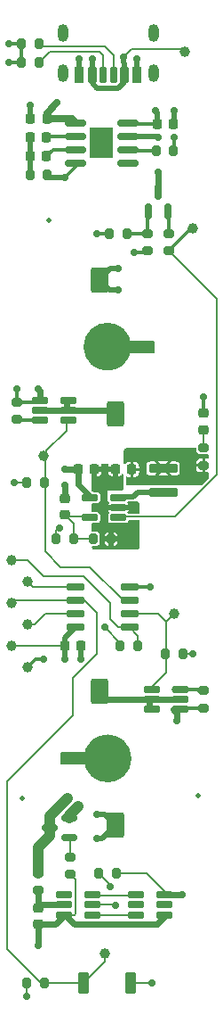
<source format=gbr>
%TF.GenerationSoftware,KiCad,Pcbnew,9.0.3*%
%TF.CreationDate,2025-09-26T00:40:55-04:00*%
%TF.ProjectId,Photon,50686f74-6f6e-42e6-9b69-6361645f7063,1.3*%
%TF.SameCoordinates,Original*%
%TF.FileFunction,Copper,L1,Top*%
%TF.FilePolarity,Positive*%
%FSLAX46Y46*%
G04 Gerber Fmt 4.6, Leading zero omitted, Abs format (unit mm)*
G04 Created by KiCad (PCBNEW 9.0.3) date 2025-09-26 00:40:55*
%MOMM*%
%LPD*%
G01*
G04 APERTURE LIST*
G04 Aperture macros list*
%AMRoundRect*
0 Rectangle with rounded corners*
0 $1 Rounding radius*
0 $2 $3 $4 $5 $6 $7 $8 $9 X,Y pos of 4 corners*
0 Add a 4 corners polygon primitive as box body*
4,1,4,$2,$3,$4,$5,$6,$7,$8,$9,$2,$3,0*
0 Add four circle primitives for the rounded corners*
1,1,$1+$1,$2,$3*
1,1,$1+$1,$4,$5*
1,1,$1+$1,$6,$7*
1,1,$1+$1,$8,$9*
0 Add four rect primitives between the rounded corners*
20,1,$1+$1,$2,$3,$4,$5,0*
20,1,$1+$1,$4,$5,$6,$7,0*
20,1,$1+$1,$6,$7,$8,$9,0*
20,1,$1+$1,$8,$9,$2,$3,0*%
G04 Aperture macros list end*
%TA.AperFunction,EtchedComponent*%
%ADD10C,0.200000*%
%TD*%
%TA.AperFunction,EtchedComponent*%
%ADD11C,2.259000*%
%TD*%
%TA.AperFunction,SMDPad,CuDef*%
%ADD12RoundRect,0.150000X0.725000X0.150000X-0.725000X0.150000X-0.725000X-0.150000X0.725000X-0.150000X0*%
%TD*%
%TA.AperFunction,SMDPad,CuDef*%
%ADD13RoundRect,0.200000X0.275000X-0.200000X0.275000X0.200000X-0.275000X0.200000X-0.275000X-0.200000X0*%
%TD*%
%TA.AperFunction,SMDPad,CuDef*%
%ADD14RoundRect,0.225000X0.225000X0.250000X-0.225000X0.250000X-0.225000X-0.250000X0.225000X-0.250000X0*%
%TD*%
%TA.AperFunction,SMDPad,CuDef*%
%ADD15C,0.500000*%
%TD*%
%TA.AperFunction,SMDPad,CuDef*%
%ADD16C,1.000000*%
%TD*%
%TA.AperFunction,SMDPad,CuDef*%
%ADD17RoundRect,0.175000X0.175000X0.625000X-0.175000X0.625000X-0.175000X-0.625000X0.175000X-0.625000X0*%
%TD*%
%TA.AperFunction,SMDPad,CuDef*%
%ADD18RoundRect,0.200000X0.200000X0.600000X-0.200000X0.600000X-0.200000X-0.600000X0.200000X-0.600000X0*%
%TD*%
%TA.AperFunction,SMDPad,CuDef*%
%ADD19RoundRect,0.225000X0.225000X0.575000X-0.225000X0.575000X-0.225000X-0.575000X0.225000X-0.575000X0*%
%TD*%
%TA.AperFunction,HeatsinkPad*%
%ADD20O,1.000000X1.700000*%
%TD*%
%TA.AperFunction,SMDPad,CuDef*%
%ADD21RoundRect,0.162500X0.617500X0.162500X-0.617500X0.162500X-0.617500X-0.162500X0.617500X-0.162500X0*%
%TD*%
%TA.AperFunction,SMDPad,CuDef*%
%ADD22RoundRect,0.225000X0.250000X-0.225000X0.250000X0.225000X-0.250000X0.225000X-0.250000X-0.225000X0*%
%TD*%
%TA.AperFunction,SMDPad,CuDef*%
%ADD23RoundRect,0.200000X-0.200000X-0.275000X0.200000X-0.275000X0.200000X0.275000X-0.200000X0.275000X0*%
%TD*%
%TA.AperFunction,SMDPad,CuDef*%
%ADD24RoundRect,0.225000X-0.225000X-0.250000X0.225000X-0.250000X0.225000X0.250000X-0.225000X0.250000X0*%
%TD*%
%TA.AperFunction,SMDPad,CuDef*%
%ADD25RoundRect,0.200000X0.200000X0.275000X-0.200000X0.275000X-0.200000X-0.275000X0.200000X-0.275000X0*%
%TD*%
%TA.AperFunction,SMDPad,CuDef*%
%ADD26RoundRect,0.200000X-0.275000X0.200000X-0.275000X-0.200000X0.275000X-0.200000X0.275000X0.200000X0*%
%TD*%
%TA.AperFunction,SMDPad,CuDef*%
%ADD27RoundRect,0.105000X-0.420000X-0.895000X0.420000X-0.895000X0.420000X0.895000X-0.420000X0.895000X0*%
%TD*%
%TA.AperFunction,SMDPad,CuDef*%
%ADD28RoundRect,0.218750X0.218750X0.256250X-0.218750X0.256250X-0.218750X-0.256250X0.218750X-0.256250X0*%
%TD*%
%TA.AperFunction,SMDPad,CuDef*%
%ADD29RoundRect,0.150000X0.587500X0.150000X-0.587500X0.150000X-0.587500X-0.150000X0.587500X-0.150000X0*%
%TD*%
%TA.AperFunction,SMDPad,CuDef*%
%ADD30RoundRect,0.162500X-0.617500X-0.162500X0.617500X-0.162500X0.617500X0.162500X-0.617500X0.162500X0*%
%TD*%
%TA.AperFunction,SMDPad,CuDef*%
%ADD31RoundRect,0.218750X-0.256250X0.218750X-0.256250X-0.218750X0.256250X-0.218750X0.256250X0.218750X0*%
%TD*%
%TA.AperFunction,SMDPad,CuDef*%
%ADD32RoundRect,0.120000X1.230000X-0.280000X1.230000X0.280000X-1.230000X0.280000X-1.230000X-0.280000X0*%
%TD*%
%TA.AperFunction,SMDPad,CuDef*%
%ADD33RoundRect,0.255000X-0.595000X0.945000X-0.595000X-0.945000X0.595000X-0.945000X0.595000X0.945000X0*%
%TD*%
%TA.AperFunction,SMDPad,CuDef*%
%ADD34RoundRect,0.150000X0.825000X0.150000X-0.825000X0.150000X-0.825000X-0.150000X0.825000X-0.150000X0*%
%TD*%
%TA.AperFunction,HeatsinkPad*%
%ADD35R,2.290000X3.000000*%
%TD*%
%TA.AperFunction,SMDPad,CuDef*%
%ADD36RoundRect,0.255000X0.595000X-0.945000X0.595000X0.945000X-0.595000X0.945000X-0.595000X-0.945000X0*%
%TD*%
%TA.AperFunction,SMDPad,CuDef*%
%ADD37RoundRect,0.150000X0.150000X-0.587500X0.150000X0.587500X-0.150000X0.587500X-0.150000X-0.587500X0*%
%TD*%
%TA.AperFunction,ViaPad*%
%ADD38C,0.700000*%
%TD*%
%TA.AperFunction,Conductor*%
%ADD39C,0.200000*%
%TD*%
%TA.AperFunction,Conductor*%
%ADD40C,0.300000*%
%TD*%
%TA.AperFunction,Conductor*%
%ADD41C,0.500000*%
%TD*%
%TA.AperFunction,Conductor*%
%ADD42C,0.600000*%
%TD*%
%TA.AperFunction,Conductor*%
%ADD43C,0.700000*%
%TD*%
%TA.AperFunction,Conductor*%
%ADD44C,1.000000*%
%TD*%
G04 APERTURE END LIST*
%TO.C,D5*%
D10*
X57252757Y-51345500D02*
X54966757Y-51345500D01*
X54966757Y-52361500D01*
X57252757Y-52361500D01*
X57252757Y-51345500D01*
%TA.AperFunction,EtchedComponent*%
G36*
X57252757Y-51345500D02*
G01*
X54966757Y-51345500D01*
X54966757Y-52361500D01*
X57252757Y-52361500D01*
X57252757Y-51345500D01*
G37*
%TD.AperFunction*%
D11*
X53937257Y-51853500D02*
G75*
G02*
X51678257Y-51853500I-1129500J0D01*
G01*
X51678257Y-51853500D02*
G75*
G02*
X53937257Y-51853500I1129500J0D01*
G01*
%TO.C,D6*%
D10*
X48387000Y-91440000D02*
X50673000Y-91440000D01*
X50673000Y-90424000D01*
X48387000Y-90424000D01*
X48387000Y-91440000D01*
%TA.AperFunction,EtchedComponent*%
G36*
X48387000Y-91440000D02*
G01*
X50673000Y-91440000D01*
X50673000Y-90424000D01*
X48387000Y-90424000D01*
X48387000Y-91440000D01*
G37*
%TD.AperFunction*%
D11*
X53961500Y-90932000D02*
G75*
G02*
X51702500Y-90932000I-1129500J0D01*
G01*
X51702500Y-90932000D02*
G75*
G02*
X53961500Y-90932000I1129500J0D01*
G01*
%TD*%
D12*
%TO.P,U1,1,~{RESET}/PB5*%
%TO.N,/RESET*%
X54899000Y-78486000D03*
%TO.P,U1,2,PB3*%
%TO.N,/LED2_EN*%
X54899000Y-77216000D03*
%TO.P,U1,3,PB4*%
%TO.N,/LED1_EN*%
X54899000Y-75946000D03*
%TO.P,U1,4,GND*%
%TO.N,GND*%
X54899000Y-74676000D03*
%TO.P,U1,5,PB0*%
%TO.N,/MOSI*%
X49749000Y-74676000D03*
%TO.P,U1,6,PB1*%
%TO.N,/MISO_BTN*%
X49749000Y-75946000D03*
%TO.P,U1,7,PB2*%
%TO.N,/SCK*%
X49749000Y-77216000D03*
%TO.P,U1,8,VCC*%
%TO.N,+3V3*%
X49749000Y-78486000D03*
%TD*%
D13*
%TO.P,R6,1*%
%TO.N,/BUCK_EN*%
X58674000Y-42735000D03*
%TO.P,R6,2*%
%TO.N,/PMOS_OUT*%
X58674000Y-41085000D03*
%TD*%
D14*
%TO.P,C2,1*%
%TO.N,GND*%
X51575000Y-63500000D03*
%TO.P,C2,2*%
%TO.N,PACK+*%
X50025000Y-63500000D03*
%TD*%
D15*
%TO.P,FID2,*%
%TO.N,*%
X44704000Y-94742000D03*
%TD*%
D16*
%TO.P,TP7,1,1*%
%TO.N,/MISO_BTN*%
X52578000Y-109474000D03*
%TD*%
%TO.P,TP2,1,1*%
%TO.N,/MOSI*%
X45212000Y-74168000D03*
%TD*%
%TO.P,TP8,1,1*%
%TO.N,/BUCK_EN*%
X60960000Y-40640000D03*
%TD*%
D17*
%TO.P,J1,A5,CC1*%
%TO.N,/CC1*%
X53378800Y-26040000D03*
D18*
%TO.P,J1,A9,VBUS*%
%TO.N,5V*%
X51358800Y-26040000D03*
D19*
%TO.P,J1,A12,GND*%
%TO.N,GND*%
X50128800Y-26040000D03*
D17*
%TO.P,J1,B5,CC2*%
%TO.N,/CC2*%
X52378800Y-26040000D03*
D18*
%TO.P,J1,B9,VBUS*%
%TO.N,5V*%
X54398800Y-26040000D03*
D19*
%TO.P,J1,B12,GND*%
%TO.N,GND*%
X55628800Y-26040000D03*
D20*
%TO.P,J1,S1,SHIELD*%
X57198800Y-25860000D03*
X57198800Y-22060000D03*
X48558800Y-25860000D03*
X48558800Y-22060000D03*
%TD*%
D16*
%TO.P,TP6,1,1*%
%TO.N,5V*%
X60198000Y-23876000D03*
%TD*%
D21*
%TO.P,U6,1,S1*%
%TO.N,/BAT_SAF_OUT*%
X58246000Y-105786000D03*
%TO.P,U6,2,D1/D2*%
%TO.N,unconnected-(U6-D1{slash}D2-Pad2)*%
X58246000Y-104836000D03*
%TO.P,U6,3,S2*%
%TO.N,GND*%
X58246000Y-103886000D03*
%TO.P,U6,4,G2*%
%TO.N,/OC*%
X55546000Y-103886000D03*
%TO.P,U6,5,D1/D2*%
%TO.N,unconnected-(U6-D1{slash}D2-Pad5)*%
X55546000Y-104836000D03*
%TO.P,U6,6,G1*%
%TO.N,/OD*%
X55546000Y-105786000D03*
%TD*%
D22*
%TO.P,C4,1*%
%TO.N,/FB*%
X48768000Y-67831000D03*
%TO.P,C4,2*%
%TO.N,+3V3*%
X48768000Y-66281000D03*
%TD*%
D21*
%TO.P,U5,1,OD*%
%TO.N,/OD*%
X51388000Y-105786000D03*
%TO.P,U5,2,VM*%
%TO.N,/VM*%
X51388000Y-104836000D03*
%TO.P,U5,3,OC*%
%TO.N,/OC*%
X51388000Y-103886000D03*
%TO.P,U5,4,TD*%
%TO.N,unconnected-(U5-TD-Pad4)*%
X48688000Y-103886000D03*
%TO.P,U5,5,VCC*%
%TO.N,/DW01A_VCC*%
X48688000Y-104836000D03*
%TO.P,U5,6,GND*%
%TO.N,/BAT_SAF_OUT*%
X48688000Y-105786000D03*
%TD*%
D23*
%TO.P,R9,1*%
%TO.N,/FB*%
X51499000Y-70104000D03*
%TO.P,R9,2*%
%TO.N,GND*%
X53149000Y-70104000D03*
%TD*%
D24*
%TO.P,C5,1*%
%TO.N,GND*%
X53581000Y-63500000D03*
%TO.P,C5,2*%
%TO.N,+3V3*%
X55131000Y-63500000D03*
%TD*%
D16*
%TO.P,TP11,1,1*%
%TO.N,/LED2_EN*%
X59182000Y-77216000D03*
%TD*%
D23*
%TO.P,R4,1*%
%TO.N,5V*%
X53023000Y-41148000D03*
%TO.P,R4,2*%
%TO.N,/PMOS_Gate*%
X54673000Y-41148000D03*
%TD*%
D16*
%TO.P,TP4,1,1*%
%TO.N,/MISO_BTN*%
X43688000Y-76200000D03*
%TD*%
%TO.P,TP1,1,1*%
%TO.N,GND*%
X45212000Y-82296000D03*
%TD*%
D14*
%TO.P,C1,1*%
%TO.N,GND*%
X50305000Y-80264000D03*
%TO.P,C1,2*%
%TO.N,+3V3*%
X48755000Y-80264000D03*
%TD*%
D21*
%TO.P,U4,1,EN*%
%TO.N,/LED1_EN*%
X49102000Y-58862000D03*
%TO.P,U4,2,OUT*%
%TO.N,/OUT_LED1*%
X49102000Y-57912000D03*
%TO.P,U4,3,OUT*%
X49102000Y-56962000D03*
%TO.P,U4,4,GND*%
%TO.N,GND*%
X46402000Y-56962000D03*
%TO.P,U4,5,OUT*%
%TO.N,/OUT_LED1*%
X46402000Y-57912000D03*
%TO.P,U4,6,Rext*%
%TO.N,/Rext1*%
X46402000Y-58862000D03*
%TD*%
D16*
%TO.P,TP5,1,1*%
%TO.N,/SCK*%
X45212000Y-78232000D03*
%TD*%
D25*
%TO.P,R2,1*%
%TO.N,/CC2*%
X46291000Y-24892000D03*
%TO.P,R2,2*%
%TO.N,GND*%
X44641000Y-24892000D03*
%TD*%
%TO.P,R1,1*%
%TO.N,/CC1*%
X46291000Y-23114000D03*
%TO.P,R1,2*%
%TO.N,GND*%
X44641000Y-23114000D03*
%TD*%
D26*
%TO.P,R16,1*%
%TO.N,/Rext2*%
X61976000Y-84494430D03*
%TO.P,R16,2*%
%TO.N,GND*%
X61976000Y-86144430D03*
%TD*%
D27*
%TO.P,SW1,1,1*%
%TO.N,/MISO_BTN*%
X50546000Y-112268000D03*
%TO.P,SW1,2,2*%
%TO.N,GND*%
X54991000Y-112268000D03*
%TD*%
D28*
%TO.P,D2,1,K*%
%TO.N,/STAT1*%
X47015500Y-33782000D03*
%TO.P,D2,2,A*%
%TO.N,/LED_PWR*%
X45440500Y-33782000D03*
%TD*%
D23*
%TO.P,R10,1*%
%TO.N,/Iset*%
X57471000Y-33250000D03*
%TO.P,R10,2*%
%TO.N,GND*%
X59121000Y-33250000D03*
%TD*%
D25*
%TO.P,R7,1*%
%TO.N,5V*%
X47073000Y-35540000D03*
%TO.P,R7,2*%
%TO.N,/LED_PWR*%
X45423000Y-35540000D03*
%TD*%
%TO.P,R12,1*%
%TO.N,/LED1_EN*%
X46799000Y-64770000D03*
%TO.P,R12,2*%
%TO.N,GND*%
X45149000Y-64770000D03*
%TD*%
D29*
%TO.P,Q2,1,G*%
%TO.N,Net-(Q2-G)*%
X49197500Y-98486000D03*
%TO.P,Q2,2,S*%
%TO.N,PACK+*%
X49197500Y-96586000D03*
%TO.P,Q2,3,D*%
%TO.N,/Bat+*%
X47322500Y-97536000D03*
%TD*%
D30*
%TO.P,U7,1,EN*%
%TO.N,/LED2_EN*%
X57070000Y-84394000D03*
%TO.P,U7,2,OUT*%
%TO.N,/OUT_LED2*%
X57070000Y-85344000D03*
%TO.P,U7,3,OUT*%
X57070000Y-86294000D03*
%TO.P,U7,4,GND*%
%TO.N,GND*%
X59770000Y-86294000D03*
%TO.P,U7,5,OUT*%
%TO.N,/OUT_LED2*%
X59770000Y-85344000D03*
%TO.P,U7,6,Rext*%
%TO.N,/Rext2*%
X59770000Y-84394000D03*
%TD*%
D26*
%TO.P,R14,1*%
%TO.N,/Bat+*%
X46228000Y-101791000D03*
%TO.P,R14,2*%
%TO.N,/DW01A_VCC*%
X46228000Y-103441000D03*
%TD*%
D23*
%TO.P,R3,1*%
%TO.N,+3V3*%
X45149000Y-112268000D03*
%TO.P,R3,2*%
%TO.N,/MISO_BTN*%
X46799000Y-112268000D03*
%TD*%
%TO.P,R18,1*%
%TO.N,+3V3*%
X54039000Y-80264000D03*
%TO.P,R18,2*%
%TO.N,/RESET*%
X55689000Y-80264000D03*
%TD*%
D31*
%TO.P,D3,1,K*%
%TO.N,GND*%
X61976000Y-58140500D03*
%TO.P,D3,2,A*%
%TO.N,/LED_A*%
X61976000Y-59715500D03*
%TD*%
D16*
%TO.P,TP9,1,1*%
%TO.N,+3V3*%
X43688000Y-80264000D03*
%TD*%
%TO.P,TP3,1,1*%
%TO.N,/RESET*%
X43688000Y-72136000D03*
%TD*%
D26*
%TO.P,R5,1*%
%TO.N,/PMOS_Gate*%
X56642000Y-41085000D03*
%TO.P,R5,2*%
%TO.N,GND*%
X56642000Y-42735000D03*
%TD*%
D32*
%TO.P,L1,1,1*%
%TO.N,/LX*%
X58115200Y-65709800D03*
%TO.P,L1,2,2*%
%TO.N,+3V3*%
X58115200Y-63398400D03*
%TD*%
D13*
%TO.P,R11,1*%
%TO.N,+3V3*%
X61976000Y-63118000D03*
%TO.P,R11,2*%
%TO.N,/LED_A*%
X61976000Y-61468000D03*
%TD*%
D15*
%TO.P,FID1,*%
%TO.N,*%
X47244000Y-39878000D03*
%TD*%
D26*
%TO.P,R19,1*%
%TO.N,Net-(Q2-G)*%
X49276000Y-100267000D03*
%TO.P,R19,2*%
%TO.N,/BAT_SAF_OUT*%
X49276000Y-101917000D03*
%TD*%
D33*
%TO.P,D5,1,K*%
%TO.N,/OUT_LED1*%
X53569757Y-58203500D03*
%TO.P,D5,2,A*%
%TO.N,+3V3*%
X52045757Y-45503500D03*
%TD*%
D22*
%TO.P,C7,1*%
%TO.N,/BAT_SAF_OUT*%
X46228000Y-106693000D03*
%TO.P,C7,2*%
%TO.N,/DW01A_VCC*%
X46228000Y-105143000D03*
%TD*%
D15*
%TO.P,FID3,*%
%TO.N,*%
X61468000Y-94488000D03*
%TD*%
D23*
%TO.P,R8,1*%
%TO.N,+3V3*%
X47943000Y-70104000D03*
%TO.P,R8,2*%
%TO.N,/FB*%
X49593000Y-70104000D03*
%TD*%
D25*
%TO.P,R17,1*%
%TO.N,GND*%
X53657000Y-101854000D03*
%TO.P,R17,2*%
%TO.N,/VM*%
X52007000Y-101854000D03*
%TD*%
D16*
%TO.P,TP10,1,1*%
%TO.N,/LED1_EN*%
X46736000Y-62230000D03*
%TD*%
D21*
%TO.P,U2,1,EN*%
%TO.N,/BUCK_EN*%
X53848000Y-68072000D03*
%TO.P,U2,2,GND*%
%TO.N,GND*%
X53848000Y-67122000D03*
%TO.P,U2,3,LX*%
%TO.N,/LX*%
X53848000Y-66172000D03*
%TO.P,U2,4,Vin*%
%TO.N,PACK+*%
X51148000Y-66172000D03*
%TO.P,U2,5,FB*%
%TO.N,/FB*%
X51148000Y-68072000D03*
%TD*%
D13*
%TO.P,R13,1*%
%TO.N,/Rext1*%
X44196000Y-58737000D03*
%TO.P,R13,2*%
%TO.N,GND*%
X44196000Y-57087000D03*
%TD*%
D23*
%TO.P,R15,1*%
%TO.N,/LED2_EN*%
X58357000Y-81026000D03*
%TO.P,R15,2*%
%TO.N,GND*%
X60007000Y-81026000D03*
%TD*%
D28*
%TO.P,D1,1,K*%
%TO.N,/STAT2*%
X47015500Y-31984000D03*
%TO.P,D1,2,A*%
%TO.N,/LED_PWR*%
X45440500Y-31984000D03*
%TD*%
D34*
%TO.P,U3,1*%
%TO.N,N/C*%
X54737000Y-34405000D03*
%TO.P,U3,2,ISET*%
%TO.N,/Iset*%
X54737000Y-33135000D03*
%TO.P,U3,3,VSS*%
%TO.N,GND*%
X54737000Y-31865000D03*
%TO.P,U3,4,VIN*%
%TO.N,5V*%
X54737000Y-30595000D03*
%TO.P,U3,5,VBAT*%
%TO.N,PACK+*%
X49787000Y-30595000D03*
%TO.P,U3,6,STAT2*%
%TO.N,/STAT2*%
X49787000Y-31865000D03*
%TO.P,U3,7,STAT1*%
%TO.N,/STAT1*%
X49787000Y-33135000D03*
%TO.P,U3,8,EN*%
%TO.N,5V*%
X49787000Y-34405000D03*
D35*
%TO.P,U3,9*%
%TO.N,N/C*%
X52262000Y-32500000D03*
%TD*%
D36*
%TO.P,D6,1,K*%
%TO.N,/OUT_LED2*%
X52070000Y-84582000D03*
%TO.P,D6,2,A*%
%TO.N,+3V3*%
X53594000Y-97282000D03*
%TD*%
D24*
%TO.P,C6,1*%
%TO.N,GND*%
X45473000Y-30230000D03*
%TO.P,C6,2*%
%TO.N,PACK+*%
X47023000Y-30230000D03*
%TD*%
D37*
%TO.P,Q1,1,G*%
%TO.N,/PMOS_Gate*%
X56708000Y-39037500D03*
%TO.P,Q1,2,S*%
%TO.N,/PMOS_OUT*%
X58608000Y-39037500D03*
%TO.P,Q1,3,D*%
%TO.N,PACK+*%
X57658000Y-37162500D03*
%TD*%
D14*
%TO.P,C3,1*%
%TO.N,GND*%
X59071000Y-30710000D03*
%TO.P,C3,2*%
%TO.N,5V*%
X57521000Y-30710000D03*
%TD*%
D38*
%TO.N,GND*%
X46736000Y-81534000D03*
X55626000Y-24526000D03*
X52324000Y-67056000D03*
X61976000Y-56642000D03*
X43434000Y-23114000D03*
X59182000Y-29464000D03*
X56896000Y-74676000D03*
X57658000Y-32004000D03*
X50128800Y-24526000D03*
X43434000Y-24892000D03*
X54864000Y-70104000D03*
X59436000Y-87376000D03*
X52578000Y-64770000D03*
X55372000Y-42863000D03*
X60960000Y-81026000D03*
X57057000Y-112268000D03*
X44196000Y-55880000D03*
X50292000Y-81534000D03*
X46228000Y-55880000D03*
X59944000Y-103886000D03*
X59182000Y-32004000D03*
X43942000Y-64770000D03*
X45466000Y-28956000D03*
%TO.N,PACK+*%
X48006000Y-28702000D03*
X57658000Y-35306000D03*
X50038000Y-95504000D03*
X48768000Y-63500000D03*
%TO.N,+3V3*%
X55880000Y-61976000D03*
X48768000Y-65024000D03*
X57912000Y-61976000D03*
X53848000Y-46482000D03*
X59944000Y-61976000D03*
X48260000Y-69088000D03*
X45149000Y-113475000D03*
X51816000Y-96266000D03*
X51816000Y-98552000D03*
X52578000Y-78486000D03*
X53848000Y-44450000D03*
X48768000Y-81534000D03*
%TO.N,5V*%
X48768000Y-35814000D03*
X51358800Y-24526000D03*
X54356000Y-24384000D03*
X57404000Y-29464000D03*
X51816000Y-41085000D03*
%TO.N,/BAT_SAF_OUT*%
X46228000Y-108712000D03*
%TO.N,/VM*%
X53086000Y-103124000D03*
X53594000Y-104902000D03*
%TO.N,/Bat+*%
X49022000Y-94742000D03*
%TD*%
D39*
%TO.N,/VM*%
X53274000Y-104836000D02*
X51388000Y-104836000D01*
X53340000Y-104902000D02*
X53274000Y-104836000D01*
X53594000Y-104902000D02*
X53340000Y-104902000D01*
X53086000Y-103124000D02*
X53086000Y-102933000D01*
X53086000Y-102933000D02*
X52007000Y-101854000D01*
%TO.N,GND*%
X58606000Y-103886000D02*
X56574000Y-101854000D01*
D40*
X46277000Y-57087000D02*
X46402000Y-56962000D01*
X61976000Y-86144430D02*
X59199070Y-86144430D01*
X55372000Y-42863000D02*
X56514000Y-42863000D01*
D41*
X55626000Y-24526000D02*
X55628800Y-24528800D01*
D40*
X44196000Y-57087000D02*
X44196000Y-55880000D01*
X46736000Y-81534000D02*
X45974000Y-81534000D01*
D41*
X59182000Y-30599000D02*
X59071000Y-30710000D01*
D40*
X59199070Y-86144430D02*
X59049500Y-86294000D01*
X59182000Y-32004000D02*
X59182000Y-33189000D01*
D42*
X59436000Y-87376000D02*
X59436000Y-86680500D01*
D40*
X44196000Y-57087000D02*
X46277000Y-57087000D01*
X61976000Y-56642000D02*
X61976000Y-58140500D01*
D39*
X43942000Y-64770000D02*
X45149000Y-64770000D01*
D41*
X54737000Y-31865000D02*
X57519000Y-31865000D01*
D39*
X57057000Y-112268000D02*
X54991000Y-112268000D01*
D40*
X56896000Y-74676000D02*
X54899000Y-74676000D01*
D41*
X50128800Y-24526000D02*
X50128800Y-26040000D01*
X50292000Y-80277000D02*
X50305000Y-80264000D01*
X57519000Y-31865000D02*
X57658000Y-32004000D01*
D40*
X44641000Y-23114000D02*
X44641000Y-24892000D01*
D39*
X60960000Y-81026000D02*
X59753000Y-81026000D01*
D40*
X56514000Y-42863000D02*
X56642000Y-42735000D01*
D39*
X56574000Y-101854000D02*
X53657000Y-101854000D01*
D41*
X55628800Y-24528800D02*
X55628800Y-26040000D01*
D40*
X43434000Y-24892000D02*
X44641000Y-24892000D01*
X43434000Y-23114000D02*
X44641000Y-23114000D01*
D42*
X59944000Y-103886000D02*
X58606000Y-103886000D01*
D41*
X50292000Y-81534000D02*
X50292000Y-80277000D01*
D42*
X46402000Y-56054000D02*
X46228000Y-55880000D01*
D40*
X59182000Y-33189000D02*
X59121000Y-33250000D01*
D42*
X46402000Y-56962000D02*
X46402000Y-56054000D01*
D41*
X45473000Y-30230000D02*
X45473000Y-28963000D01*
D42*
X59436000Y-86680500D02*
X59049500Y-86294000D01*
D41*
X45473000Y-28963000D02*
X45466000Y-28956000D01*
D40*
X45974000Y-81534000D02*
X45212000Y-82296000D01*
D41*
X59182000Y-29464000D02*
X59182000Y-30599000D01*
D43*
%TO.N,PACK+*%
X47023000Y-30230000D02*
X49422000Y-30230000D01*
X47023000Y-29685000D02*
X47023000Y-30230000D01*
D42*
X50025000Y-64944500D02*
X50025000Y-63500000D01*
X57658000Y-35306000D02*
X57658000Y-37162500D01*
X50025000Y-63500000D02*
X48768000Y-63500000D01*
D44*
X49197500Y-96344500D02*
X50038000Y-95504000D01*
D43*
X48006000Y-28702000D02*
X47023000Y-29685000D01*
D44*
X49197500Y-96586000D02*
X49197500Y-96344500D01*
D43*
X49422000Y-30230000D02*
X49787000Y-30595000D01*
D42*
X51186500Y-66106000D02*
X50025000Y-64944500D01*
D39*
%TO.N,/FB*%
X51499000Y-70104000D02*
X49593000Y-70104000D01*
X51186500Y-68006000D02*
X48943000Y-68006000D01*
X49593000Y-68656000D02*
X48768000Y-67831000D01*
X48943000Y-68006000D02*
X48768000Y-67831000D01*
X49593000Y-70104000D02*
X49593000Y-68656000D01*
D42*
%TO.N,/OUT_LED1*%
X48889500Y-57912000D02*
X53353257Y-57912000D01*
X53353257Y-57912000D02*
X53569757Y-57695500D01*
X48889500Y-56962000D02*
X48889500Y-57912000D01*
X46614500Y-57912000D02*
X48889500Y-57912000D01*
%TO.N,/OUT_LED2*%
X52324000Y-85344000D02*
X52070000Y-85090000D01*
X59049500Y-85344000D02*
X56774500Y-85344000D01*
X56774500Y-86294000D02*
X56774500Y-85344000D01*
X56774500Y-85344000D02*
X52324000Y-85344000D01*
D41*
%TO.N,/LX*%
X55702200Y-65709800D02*
X58115200Y-65709800D01*
X55306000Y-66106000D02*
X55702200Y-65709800D01*
X53461500Y-66106000D02*
X55306000Y-66106000D01*
D39*
%TO.N,/SCK*%
X49749000Y-77216000D02*
X46929726Y-77216000D01*
X46929726Y-77216000D02*
X45913726Y-78232000D01*
X45913726Y-78232000D02*
X45212000Y-78232000D01*
%TO.N,/LED2_EN*%
X58420000Y-77978000D02*
X57658000Y-77216000D01*
X58420000Y-82748500D02*
X56774500Y-84394000D01*
X58420000Y-77978000D02*
X58420000Y-82748500D01*
X54899000Y-77216000D02*
X57658000Y-77216000D01*
X58420000Y-77978000D02*
X59182000Y-77216000D01*
%TO.N,/LED1_EN*%
X46893844Y-61818156D02*
X48889500Y-59822500D01*
X48367000Y-72751000D02*
X46893844Y-71277844D01*
X46893844Y-71277844D02*
X46893844Y-61818156D01*
X48889500Y-59822500D02*
X48889500Y-58862000D01*
X54356000Y-75946000D02*
X51161000Y-72751000D01*
X51161000Y-72751000D02*
X48367000Y-72751000D01*
X54899000Y-75946000D02*
X54356000Y-75946000D01*
%TO.N,/MOSI*%
X45720000Y-74676000D02*
X45212000Y-74168000D01*
X49749000Y-74676000D02*
X45720000Y-74676000D01*
D40*
%TO.N,/Rext1*%
X46614500Y-58862000D02*
X44321000Y-58862000D01*
X44321000Y-58862000D02*
X44196000Y-58737000D01*
%TO.N,/Rext2*%
X61367570Y-84394000D02*
X61468000Y-84494430D01*
X59049500Y-84394000D02*
X61367570Y-84394000D01*
X61468000Y-84494430D02*
X61976000Y-84494430D01*
D41*
%TO.N,+3V3*%
X53848000Y-46482000D02*
X53024257Y-46482000D01*
X51816000Y-96266000D02*
X52578000Y-96266000D01*
D39*
X48260000Y-69088000D02*
X48134000Y-69088000D01*
D41*
X48755000Y-79480000D02*
X49749000Y-78486000D01*
D42*
X48768000Y-66281000D02*
X48768000Y-65024000D01*
D39*
X45149000Y-113475000D02*
X45149000Y-112268000D01*
D41*
X53024257Y-46482000D02*
X52045757Y-45503500D01*
X53848000Y-44450000D02*
X53099257Y-44450000D01*
X52324000Y-98552000D02*
X53594000Y-97282000D01*
X48768000Y-81534000D02*
X48768000Y-80277000D01*
X48755000Y-80264000D02*
X48755000Y-79480000D01*
D39*
X48134000Y-69088000D02*
X47943000Y-69279000D01*
X47943000Y-69279000D02*
X47943000Y-70104000D01*
D41*
X53099257Y-44450000D02*
X52045757Y-45503500D01*
X52578000Y-96266000D02*
X53594000Y-97282000D01*
X48768000Y-80277000D02*
X48755000Y-80264000D01*
D39*
X54039000Y-79947000D02*
X52578000Y-78486000D01*
D41*
X51816000Y-98552000D02*
X52324000Y-98552000D01*
D39*
X48755000Y-80264000D02*
X43688000Y-80264000D01*
X54039000Y-80264000D02*
X54039000Y-79947000D01*
%TO.N,/MISO_BTN*%
X43248607Y-93149393D02*
X49530000Y-86868000D01*
X49749000Y-75946000D02*
X47752000Y-75946000D01*
X51816000Y-81023583D02*
X51816000Y-77138001D01*
X47752000Y-75946000D02*
X43942000Y-75946000D01*
X51816000Y-77138001D02*
X50623999Y-75946000D01*
X49530000Y-86868000D02*
X49530000Y-83309583D01*
X50546000Y-112268000D02*
X52578000Y-110236000D01*
X50546000Y-112268000D02*
X46799000Y-112268000D01*
X43248607Y-109010767D02*
X43248607Y-93149393D01*
X46505840Y-112268000D02*
X43248607Y-109010767D01*
X46799000Y-112268000D02*
X46505840Y-112268000D01*
X43942000Y-75946000D02*
X43688000Y-76200000D01*
X52578000Y-110236000D02*
X52578000Y-109474000D01*
X50623999Y-75946000D02*
X49749000Y-75946000D01*
X49530000Y-83309583D02*
X51816000Y-81023583D01*
%TO.N,/RESET*%
X53086000Y-76200000D02*
X53086000Y-77724000D01*
X55689000Y-80264000D02*
X55689000Y-79276000D01*
X50546000Y-73660000D02*
X53086000Y-76200000D01*
X43688000Y-72136000D02*
X45212000Y-72136000D01*
X55689000Y-79276000D02*
X54899000Y-78486000D01*
X45212000Y-72136000D02*
X46736000Y-73660000D01*
X53848000Y-78486000D02*
X54899000Y-78486000D01*
X46736000Y-73660000D02*
X50546000Y-73660000D01*
X53086000Y-77724000D02*
X53848000Y-78486000D01*
D40*
%TO.N,5V*%
X54852000Y-30710000D02*
X54737000Y-30595000D01*
D41*
X54356000Y-24904546D02*
X54398800Y-24947346D01*
D39*
X59944000Y-23622000D02*
X60198000Y-23876000D01*
D41*
X53820600Y-27291000D02*
X54398800Y-26712800D01*
X51358800Y-26040000D02*
X51358800Y-26840000D01*
X54398800Y-24947346D02*
X54398800Y-26040000D01*
X54398800Y-26712800D02*
X54398800Y-26040000D01*
D40*
X49787000Y-34405000D02*
X49787000Y-34795000D01*
X52960000Y-41085000D02*
X53023000Y-41148000D01*
D41*
X54356000Y-24384000D02*
X54356000Y-24904546D01*
D40*
X49787000Y-34795000D02*
X48768000Y-35814000D01*
D41*
X51809800Y-27291000D02*
X53820600Y-27291000D01*
X57521000Y-30710000D02*
X57521000Y-29581000D01*
X47347000Y-35814000D02*
X47073000Y-35540000D01*
X48768000Y-35814000D02*
X47347000Y-35814000D01*
X51358800Y-24526000D02*
X51358800Y-26040000D01*
D40*
X51816000Y-41085000D02*
X52960000Y-41085000D01*
D41*
X51358800Y-26840000D02*
X51809800Y-27291000D01*
D39*
X55118000Y-23622000D02*
X59944000Y-23622000D01*
X54356000Y-24384000D02*
X55118000Y-23622000D01*
D40*
X57521000Y-30710000D02*
X54852000Y-30710000D01*
D41*
X57521000Y-29581000D02*
X57404000Y-29464000D01*
D42*
%TO.N,/BAT_SAF_OUT*%
X48768000Y-105786000D02*
X47861000Y-106693000D01*
D39*
X49769000Y-105679000D02*
X49769000Y-102410000D01*
D42*
X47861000Y-106693000D02*
X46228000Y-106693000D01*
X49660000Y-106678000D02*
X48768000Y-105786000D01*
X46228000Y-106693000D02*
X46228000Y-108712000D01*
X58352000Y-105852000D02*
X57526000Y-106678000D01*
D39*
X49769000Y-102410000D02*
X49276000Y-101917000D01*
D42*
X57526000Y-106678000D02*
X49660000Y-106678000D01*
D39*
X49662000Y-105786000D02*
X49769000Y-105679000D01*
X48688000Y-105786000D02*
X49662000Y-105786000D01*
D42*
%TO.N,/DW01A_VCC*%
X48768000Y-104836000D02*
X46535000Y-104836000D01*
X46228000Y-103441000D02*
X46228000Y-105143000D01*
X46535000Y-104836000D02*
X46228000Y-105143000D01*
D39*
%TO.N,/CC1*%
X53378800Y-26040000D02*
X53378800Y-24168800D01*
X53378800Y-24168800D02*
X52578000Y-23368000D01*
X46545000Y-23368000D02*
X46291000Y-23114000D01*
X52578000Y-23368000D02*
X46545000Y-23368000D01*
%TO.N,/CC2*%
X52378800Y-24184800D02*
X52070000Y-23876000D01*
X52378800Y-26040000D02*
X52378800Y-24184800D01*
X47307000Y-23876000D02*
X46291000Y-24892000D01*
X52070000Y-23876000D02*
X47307000Y-23876000D01*
D41*
%TO.N,/LED_PWR*%
X45440500Y-31984000D02*
X45440500Y-35522500D01*
X45440500Y-35522500D02*
X45423000Y-35540000D01*
D40*
%TO.N,/STAT2*%
X47015500Y-31984000D02*
X47134500Y-31865000D01*
X47134500Y-31865000D02*
X49787000Y-31865000D01*
%TO.N,/STAT1*%
X47015500Y-33782000D02*
X47662500Y-33135000D01*
X47662500Y-33135000D02*
X49787000Y-33135000D01*
D39*
%TO.N,/LED_A*%
X61976000Y-61468000D02*
X61976000Y-59715500D01*
D40*
%TO.N,/PMOS_OUT*%
X58674000Y-41085000D02*
X58674000Y-39103500D01*
X58674000Y-39103500D02*
X58608000Y-39037500D01*
%TO.N,/PMOS_Gate*%
X56642000Y-41085000D02*
X56642000Y-39103500D01*
X56642000Y-41085000D02*
X54736000Y-41085000D01*
X56642000Y-39103500D02*
X56708000Y-39037500D01*
X54736000Y-41085000D02*
X54673000Y-41148000D01*
%TO.N,/BUCK_EN*%
X60706000Y-40703000D02*
X60897000Y-40703000D01*
D39*
X63246000Y-64008000D02*
X63246000Y-47307000D01*
D40*
X60897000Y-40703000D02*
X60960000Y-40640000D01*
D39*
X53461500Y-68006000D02*
X59248000Y-68006000D01*
X63246000Y-47307000D02*
X58674000Y-42735000D01*
X59248000Y-68006000D02*
X63246000Y-64008000D01*
D40*
X58674000Y-42735000D02*
X60706000Y-40703000D01*
%TO.N,/Iset*%
X57471000Y-33250000D02*
X54852000Y-33250000D01*
X54852000Y-33250000D02*
X54737000Y-33135000D01*
D39*
%TO.N,/OD*%
X51429500Y-105852000D02*
X55120000Y-105852000D01*
X55120000Y-105852000D02*
X55186000Y-105786000D01*
%TO.N,/OC*%
X51429500Y-103952000D02*
X55120000Y-103952000D01*
X55120000Y-103952000D02*
X55186000Y-103886000D01*
D44*
%TO.N,/Bat+*%
X46228000Y-99392500D02*
X47322500Y-98298000D01*
X49022000Y-94742000D02*
X47322500Y-96441500D01*
X47322500Y-96441500D02*
X47322500Y-97536000D01*
X46228000Y-101791000D02*
X46228000Y-99392500D01*
X47322500Y-98298000D02*
X47322500Y-97536000D01*
D39*
%TO.N,Net-(Q2-G)*%
X49276000Y-100267000D02*
X49276000Y-98564500D01*
X49276000Y-98564500D02*
X49197500Y-98486000D01*
%TD*%
%TA.AperFunction,Conductor*%
%TO.N,GND*%
G36*
X52909316Y-63010907D02*
G01*
X52945280Y-63060407D01*
X52945282Y-63108907D01*
X52947981Y-63109335D01*
X52931000Y-63216546D01*
X52931000Y-63249999D01*
X52931001Y-63250000D01*
X53482000Y-63250000D01*
X53540191Y-63268907D01*
X53576155Y-63318407D01*
X53581000Y-63349000D01*
X53581000Y-63499999D01*
X53581001Y-63500000D01*
X53732000Y-63500000D01*
X53790191Y-63518907D01*
X53826155Y-63568407D01*
X53831000Y-63599000D01*
X53831000Y-64174998D01*
X53831001Y-64174999D01*
X53839453Y-64174999D01*
X53938965Y-64159239D01*
X53938969Y-64159237D01*
X54058921Y-64098118D01*
X54154117Y-64002922D01*
X54168790Y-63974126D01*
X54212055Y-63930861D01*
X54272487Y-63921290D01*
X54327004Y-63949068D01*
X54354781Y-64003584D01*
X54356000Y-64019071D01*
X54356000Y-65222248D01*
X54354098Y-65241563D01*
X54337005Y-65327492D01*
X54322223Y-65363178D01*
X54279073Y-65427758D01*
X54251758Y-65455073D01*
X54187178Y-65498223D01*
X54151492Y-65513005D01*
X54086801Y-65525873D01*
X54065561Y-65530098D01*
X54046248Y-65532000D01*
X52832000Y-65532000D01*
X52832000Y-66548000D01*
X52889634Y-66548000D01*
X52897231Y-66550468D01*
X52905121Y-66549219D01*
X52925776Y-66559743D01*
X52947825Y-66566907D01*
X52959631Y-66576990D01*
X52959992Y-66577351D01*
X52987768Y-66631866D01*
X52978197Y-66692298D01*
X52959992Y-66717356D01*
X52931400Y-66745948D01*
X52878266Y-66854636D01*
X52875736Y-66872000D01*
X54820263Y-66872000D01*
X54817733Y-66854636D01*
X54764599Y-66745948D01*
X54744155Y-66725504D01*
X54716378Y-66670987D01*
X54725949Y-66610555D01*
X54769214Y-66567290D01*
X54814159Y-66556500D01*
X55365309Y-66556500D01*
X55384439Y-66551373D01*
X55410063Y-66548000D01*
X55570248Y-66548000D01*
X55589562Y-66549902D01*
X55675492Y-66566994D01*
X55711177Y-66581775D01*
X55775761Y-66624929D01*
X55803070Y-66652238D01*
X55833312Y-66697498D01*
X55846223Y-66716821D01*
X55861005Y-66752507D01*
X55878098Y-66838436D01*
X55880000Y-66857751D01*
X55880000Y-67606500D01*
X55861093Y-67664691D01*
X55811593Y-67700655D01*
X55781000Y-67705500D01*
X54815866Y-67705500D01*
X54808268Y-67703031D01*
X54800379Y-67704281D01*
X54779723Y-67693756D01*
X54757675Y-67686593D01*
X54745868Y-67676509D01*
X54736006Y-67666647D01*
X54708231Y-67612133D01*
X54717802Y-67551701D01*
X54736009Y-67526641D01*
X54764600Y-67498050D01*
X54817733Y-67389363D01*
X54820263Y-67372000D01*
X52875737Y-67372000D01*
X52878266Y-67389363D01*
X52931400Y-67498051D01*
X52959991Y-67526642D01*
X52987768Y-67581159D01*
X52978197Y-67641591D01*
X52959992Y-67666649D01*
X52930987Y-67695654D01*
X52927381Y-67703031D01*
X52877780Y-67804491D01*
X52867501Y-67875048D01*
X52867500Y-67875054D01*
X52867500Y-68268943D01*
X52867501Y-68268951D01*
X52877778Y-68339504D01*
X52877781Y-68339514D01*
X52930985Y-68448343D01*
X52930987Y-68448345D01*
X52930988Y-68448347D01*
X53016653Y-68534012D01*
X53125491Y-68587220D01*
X53196051Y-68597500D01*
X54499948Y-68597499D01*
X54547542Y-68590565D01*
X54570504Y-68587221D01*
X54570505Y-68587220D01*
X54570509Y-68587220D01*
X54570511Y-68587218D01*
X54570514Y-68587218D01*
X54679343Y-68534014D01*
X54679343Y-68534013D01*
X54679347Y-68534012D01*
X54765012Y-68448347D01*
X54807215Y-68362018D01*
X54849759Y-68318045D01*
X54896156Y-68306500D01*
X55781000Y-68306500D01*
X55839191Y-68325407D01*
X55875155Y-68374907D01*
X55880000Y-68405500D01*
X55880000Y-70810248D01*
X55878098Y-70829563D01*
X55861005Y-70915492D01*
X55846223Y-70951178D01*
X55803073Y-71015758D01*
X55775758Y-71043073D01*
X55711178Y-71086223D01*
X55675492Y-71101005D01*
X55610801Y-71113873D01*
X55589561Y-71118098D01*
X55570248Y-71120000D01*
X51617752Y-71120000D01*
X51598438Y-71118098D01*
X51512508Y-71101005D01*
X51476821Y-71086223D01*
X51464246Y-71077821D01*
X51412238Y-71043070D01*
X51384929Y-71015761D01*
X51341775Y-70951177D01*
X51326994Y-70915489D01*
X51323478Y-70897811D01*
X51330671Y-70837050D01*
X51372204Y-70792121D01*
X51420573Y-70779499D01*
X51730518Y-70779499D01*
X51730521Y-70779499D01*
X51730522Y-70779498D01*
X51777411Y-70772072D01*
X51824299Y-70764647D01*
X51824299Y-70764646D01*
X51824304Y-70764646D01*
X51937342Y-70707050D01*
X52027050Y-70617342D01*
X52084646Y-70504304D01*
X52099500Y-70410519D01*
X52099500Y-70354001D01*
X52549001Y-70354001D01*
X52549001Y-70410485D01*
X52563833Y-70504141D01*
X52563836Y-70504151D01*
X52621358Y-70617043D01*
X52710955Y-70706640D01*
X52823854Y-70764165D01*
X52823857Y-70764166D01*
X52898999Y-70776066D01*
X52899000Y-70776065D01*
X52899000Y-70354001D01*
X53399000Y-70354001D01*
X53399000Y-70776066D01*
X53474142Y-70764166D01*
X53474145Y-70764165D01*
X53587044Y-70706640D01*
X53676641Y-70617043D01*
X53734163Y-70504151D01*
X53734164Y-70504147D01*
X53749000Y-70410484D01*
X53749000Y-70354001D01*
X53748999Y-70354000D01*
X53399001Y-70354000D01*
X53399000Y-70354001D01*
X52899000Y-70354001D01*
X52898999Y-70354000D01*
X52549002Y-70354000D01*
X52549001Y-70354001D01*
X52099500Y-70354001D01*
X52099499Y-70064438D01*
X52099499Y-69797515D01*
X52549000Y-69797515D01*
X52549000Y-69853999D01*
X52549001Y-69854000D01*
X52898999Y-69854000D01*
X52899000Y-69853999D01*
X53399000Y-69853999D01*
X53399001Y-69854000D01*
X53748998Y-69854000D01*
X53748999Y-69853999D01*
X53748999Y-69797516D01*
X53748998Y-69797514D01*
X53734166Y-69703858D01*
X53734163Y-69703848D01*
X53676641Y-69590956D01*
X53587043Y-69501358D01*
X53474151Y-69443836D01*
X53474147Y-69443835D01*
X53399000Y-69431932D01*
X53399000Y-69853999D01*
X52899000Y-69853999D01*
X52899000Y-69431932D01*
X52823852Y-69443835D01*
X52823848Y-69443836D01*
X52710956Y-69501358D01*
X52621358Y-69590956D01*
X52563836Y-69703848D01*
X52563835Y-69703852D01*
X52549000Y-69797515D01*
X52099499Y-69797515D01*
X52099499Y-69797479D01*
X52099498Y-69797476D01*
X52084647Y-69703700D01*
X52084646Y-69703698D01*
X52084646Y-69703696D01*
X52027050Y-69590658D01*
X51937342Y-69500950D01*
X51824304Y-69443354D01*
X51824305Y-69443354D01*
X51730522Y-69428500D01*
X51407000Y-69428500D01*
X51348809Y-69409593D01*
X51312845Y-69360093D01*
X51308000Y-69329500D01*
X51308000Y-68696499D01*
X51326907Y-68638308D01*
X51376407Y-68602344D01*
X51406998Y-68597499D01*
X51799948Y-68597499D01*
X51847542Y-68590565D01*
X51870504Y-68587221D01*
X51870505Y-68587220D01*
X51870509Y-68587220D01*
X51870511Y-68587218D01*
X51870514Y-68587218D01*
X51979343Y-68534014D01*
X51979343Y-68534013D01*
X51979347Y-68534012D01*
X52065012Y-68448347D01*
X52118220Y-68339509D01*
X52128500Y-68268949D01*
X52128499Y-67875052D01*
X52118220Y-67804491D01*
X52118219Y-67804489D01*
X52118218Y-67804485D01*
X52065014Y-67695656D01*
X52065012Y-67695654D01*
X52065012Y-67695653D01*
X51979347Y-67609988D01*
X51870509Y-67556780D01*
X51799949Y-67546500D01*
X51799946Y-67546500D01*
X51407000Y-67546500D01*
X51348809Y-67527593D01*
X51312845Y-67478093D01*
X51308000Y-67447500D01*
X51308000Y-66796499D01*
X51326907Y-66738308D01*
X51376407Y-66702344D01*
X51406998Y-66697499D01*
X51799948Y-66697499D01*
X51847542Y-66690565D01*
X51870504Y-66687221D01*
X51870505Y-66687220D01*
X51870509Y-66687220D01*
X51870511Y-66687218D01*
X51870514Y-66687218D01*
X51979343Y-66634014D01*
X51979343Y-66634013D01*
X51979347Y-66634012D01*
X52065012Y-66548347D01*
X52118220Y-66439509D01*
X52128500Y-66368949D01*
X52128499Y-65975052D01*
X52118220Y-65904491D01*
X52118219Y-65904489D01*
X52118218Y-65904485D01*
X52065014Y-65795656D01*
X52065012Y-65795654D01*
X52065012Y-65795653D01*
X51979347Y-65709988D01*
X51870509Y-65656780D01*
X51799949Y-65646500D01*
X51799946Y-65646500D01*
X51475822Y-65646500D01*
X51468224Y-65644031D01*
X51460335Y-65645281D01*
X51439679Y-65634756D01*
X51417631Y-65627593D01*
X51405818Y-65617504D01*
X51336996Y-65548682D01*
X51309219Y-65494165D01*
X51308000Y-65478678D01*
X51308000Y-64233004D01*
X51325000Y-64180682D01*
X51325000Y-63750001D01*
X51825000Y-63750001D01*
X51825000Y-64174998D01*
X51825001Y-64174999D01*
X51833453Y-64174999D01*
X51932965Y-64159239D01*
X51932969Y-64159237D01*
X52052921Y-64098118D01*
X52148118Y-64002921D01*
X52209237Y-63882969D01*
X52225000Y-63783453D01*
X52931000Y-63783453D01*
X52946760Y-63882965D01*
X52946762Y-63882969D01*
X53007881Y-64002921D01*
X53103078Y-64098118D01*
X53223030Y-64159237D01*
X53223029Y-64159237D01*
X53322540Y-64174998D01*
X53322551Y-64174999D01*
X53331000Y-64174998D01*
X53331000Y-63750001D01*
X53330999Y-63750000D01*
X52931002Y-63750000D01*
X52931001Y-63750001D01*
X52931001Y-63783453D01*
X52931000Y-63783453D01*
X52225000Y-63783453D01*
X52225000Y-63750001D01*
X52224999Y-63750000D01*
X51825001Y-63750000D01*
X51825000Y-63750001D01*
X51325000Y-63750001D01*
X51325000Y-63599000D01*
X51343907Y-63540809D01*
X51393407Y-63504845D01*
X51424000Y-63500000D01*
X51574999Y-63500000D01*
X51575000Y-63499999D01*
X51575000Y-63349000D01*
X51593907Y-63290809D01*
X51643407Y-63254845D01*
X51674000Y-63250000D01*
X52224998Y-63250000D01*
X52224999Y-63249999D01*
X52224999Y-63216546D01*
X52208020Y-63109335D01*
X52210721Y-63108907D01*
X52210717Y-63060416D01*
X52246677Y-63010913D01*
X52304865Y-62992000D01*
X52851125Y-62992000D01*
X52909316Y-63010907D01*
G37*
%TD.AperFunction*%
%TD*%
%TA.AperFunction,Conductor*%
%TO.N,+3V3*%
G36*
X61259692Y-61486907D02*
G01*
X61295656Y-61536407D01*
X61300501Y-61567000D01*
X61300501Y-61699523D01*
X61315352Y-61793299D01*
X61315354Y-61793304D01*
X61372950Y-61906342D01*
X61462658Y-61996050D01*
X61575696Y-62053646D01*
X61669481Y-62068500D01*
X62282518Y-62068499D01*
X62282520Y-62068499D01*
X62282520Y-62068498D01*
X62321068Y-62062393D01*
X62369514Y-62054722D01*
X62429946Y-62064294D01*
X62473210Y-62107559D01*
X62484000Y-62152503D01*
X62484000Y-62383249D01*
X62465093Y-62441440D01*
X62415593Y-62477404D01*
X62354407Y-62477404D01*
X62352304Y-62476694D01*
X62335601Y-62470850D01*
X62335604Y-62470850D01*
X62305211Y-62468000D01*
X62101001Y-62468000D01*
X62101000Y-62468001D01*
X62101000Y-63767998D01*
X62101001Y-63767999D01*
X62305203Y-63767999D01*
X62335600Y-63765149D01*
X62335603Y-63765149D01*
X62352301Y-63759306D01*
X62413470Y-63757932D01*
X62463766Y-63792775D01*
X62483975Y-63850527D01*
X62484000Y-63852750D01*
X62484000Y-64304021D01*
X62465093Y-64362212D01*
X62455004Y-64374025D01*
X61834025Y-64995004D01*
X61779508Y-65022781D01*
X61764021Y-65024000D01*
X54665753Y-65024000D01*
X54646419Y-65022094D01*
X54641166Y-65021048D01*
X54587788Y-64991140D01*
X54562184Y-64935570D01*
X54561500Y-64923954D01*
X54561500Y-64271060D01*
X54580407Y-64212869D01*
X54629907Y-64176905D01*
X54691093Y-64176905D01*
X54695097Y-64178302D01*
X54803990Y-64218916D01*
X54803998Y-64218918D01*
X54860566Y-64224999D01*
X55006000Y-64224999D01*
X55006000Y-63625001D01*
X55256000Y-63625001D01*
X55256000Y-64224998D01*
X55256001Y-64224999D01*
X55401431Y-64224999D01*
X55401436Y-64224998D01*
X55458004Y-64218918D01*
X55458006Y-64218917D01*
X55585983Y-64171185D01*
X55695327Y-64089331D01*
X55695331Y-64089327D01*
X55777185Y-63979983D01*
X55824916Y-63852009D01*
X55824918Y-63852001D01*
X55831000Y-63795434D01*
X55831000Y-63625001D01*
X55830999Y-63625000D01*
X55256001Y-63625000D01*
X55256000Y-63625001D01*
X55006000Y-63625001D01*
X55006000Y-62775001D01*
X55256000Y-62775001D01*
X55256000Y-63374999D01*
X55256001Y-63375000D01*
X55830998Y-63375000D01*
X55830999Y-63374999D01*
X55830999Y-63204569D01*
X55830998Y-63204563D01*
X55824918Y-63147995D01*
X55824917Y-63147990D01*
X55812352Y-63114301D01*
X55800785Y-63083290D01*
X56515200Y-63083290D01*
X56515200Y-63713508D01*
X56515201Y-63713510D01*
X56525679Y-63785435D01*
X56525680Y-63785437D01*
X56579911Y-63896369D01*
X56667230Y-63983688D01*
X56778163Y-64037920D01*
X56850090Y-64048399D01*
X57288422Y-64048399D01*
X57641977Y-64048399D01*
X58588422Y-64048399D01*
X58115199Y-63575176D01*
X57641977Y-64048399D01*
X57288422Y-64048399D01*
X57381656Y-63955166D01*
X57938422Y-63398399D01*
X58291976Y-63398399D01*
X58941976Y-64048399D01*
X59380309Y-64048399D01*
X59380310Y-64048398D01*
X59452235Y-64037920D01*
X59452237Y-64037919D01*
X59563169Y-63983688D01*
X59650488Y-63896369D01*
X59704720Y-63785436D01*
X59715199Y-63713509D01*
X59715199Y-63243001D01*
X61251001Y-63243001D01*
X61251001Y-63372203D01*
X61253850Y-63402600D01*
X61253850Y-63402602D01*
X61298654Y-63530647D01*
X61379207Y-63639790D01*
X61379209Y-63639792D01*
X61488352Y-63720345D01*
X61616398Y-63765149D01*
X61646789Y-63767999D01*
X61850998Y-63767999D01*
X61851000Y-63767998D01*
X61851000Y-63243001D01*
X61850999Y-63243000D01*
X61251002Y-63243000D01*
X61251001Y-63243001D01*
X59715199Y-63243001D01*
X59715199Y-63083291D01*
X59715198Y-63083289D01*
X59704720Y-63011364D01*
X59704719Y-63011362D01*
X59652704Y-62904962D01*
X59650488Y-62900430D01*
X59613846Y-62863788D01*
X61251000Y-62863788D01*
X61251000Y-62992999D01*
X61251001Y-62993000D01*
X61850999Y-62993000D01*
X61851000Y-62992999D01*
X61851000Y-62468001D01*
X61850999Y-62468000D01*
X61646796Y-62468000D01*
X61616399Y-62470850D01*
X61616397Y-62470850D01*
X61488352Y-62515654D01*
X61379209Y-62596207D01*
X61379207Y-62596209D01*
X61298654Y-62705352D01*
X61253850Y-62833398D01*
X61251000Y-62863788D01*
X59613846Y-62863788D01*
X59563169Y-62813111D01*
X59452236Y-62758879D01*
X59380309Y-62748400D01*
X58941976Y-62748400D01*
X58291976Y-63398399D01*
X57938422Y-63398399D01*
X57288423Y-62748400D01*
X57641977Y-62748400D01*
X58115199Y-63221622D01*
X58588422Y-62748400D01*
X57641977Y-62748400D01*
X57288423Y-62748400D01*
X56850091Y-62748400D01*
X56850089Y-62748401D01*
X56778164Y-62758879D01*
X56778162Y-62758880D01*
X56667230Y-62813111D01*
X56579911Y-62900430D01*
X56525679Y-63011363D01*
X56515200Y-63083290D01*
X55800785Y-63083290D01*
X55777185Y-63020016D01*
X55695331Y-62910672D01*
X55695327Y-62910668D01*
X55585983Y-62828814D01*
X55458009Y-62781083D01*
X55458001Y-62781081D01*
X55401434Y-62775000D01*
X55256001Y-62775000D01*
X55256000Y-62775001D01*
X55006000Y-62775001D01*
X55005999Y-62775000D01*
X54860569Y-62775000D01*
X54860563Y-62775001D01*
X54803995Y-62781081D01*
X54803993Y-62781082D01*
X54676016Y-62828814D01*
X54566672Y-62910668D01*
X54566670Y-62910670D01*
X54534254Y-62953974D01*
X54484245Y-62989227D01*
X54423066Y-62988353D01*
X54374085Y-62951686D01*
X54356000Y-62894645D01*
X54356000Y-61777751D01*
X54357902Y-61758437D01*
X54374994Y-61672506D01*
X54389774Y-61636824D01*
X54432931Y-61572235D01*
X54460235Y-61544931D01*
X54524824Y-61501774D01*
X54560507Y-61486994D01*
X54605341Y-61478076D01*
X54646439Y-61469902D01*
X54665752Y-61468000D01*
X61201501Y-61468000D01*
X61259692Y-61486907D01*
G37*
%TD.AperFunction*%
%TD*%
M02*

</source>
